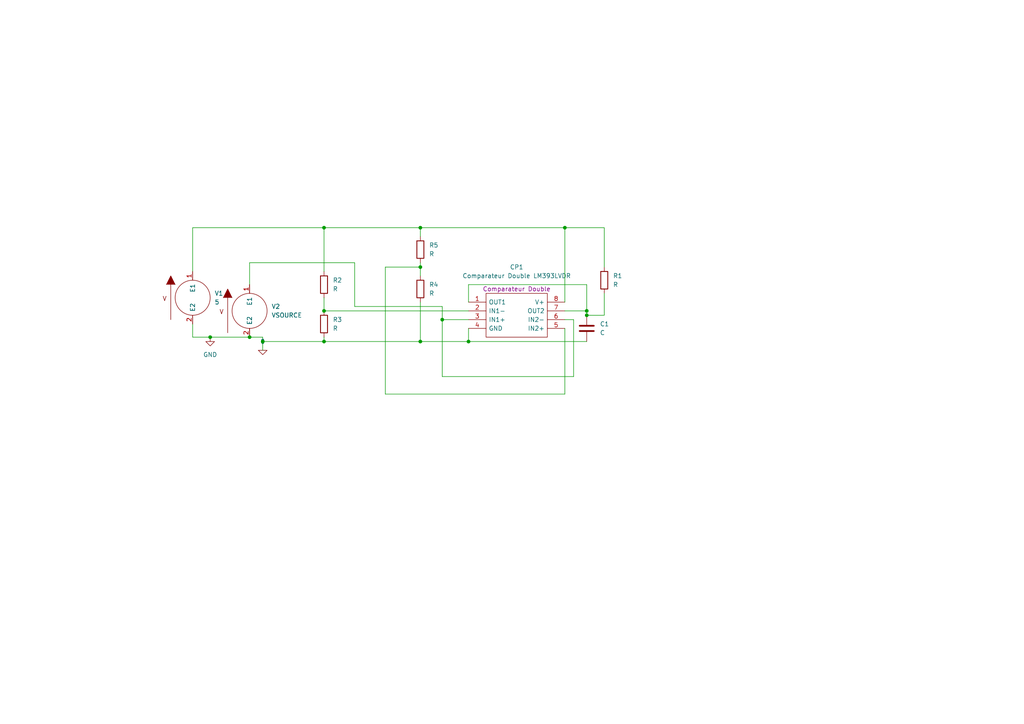
<source format=kicad_sch>
(kicad_sch (version 20211123) (generator eeschema)
  (paper "A4")
  (lib_symbols
    (symbol "Device:C" (pin_numbers hide) (pin_names (offset 0.254))
      (property "Reference" "C" (at 0.635 2.54 0))
      (property "Value" "C" (at 0.635 -2.54 0))
      (symbol "C_0_1"
        (polyline (pts (xy -2.032 -0.762) (xy 2.032 -0.762)) (stroke (width 0.508)))
        (polyline (pts (xy -2.032 0.762) (xy 2.032 0.762)) (stroke (width 0.508)))
      )
      (symbol "C_1_1"
        (pin passive line (at 0 3.81 270) (length 2.794) (name "~") (number "1"))
        (pin passive line (at 0 -3.81 90) (length 2.794) (name "~") (number "2"))
      )
    )
    (symbol "Device:R" (pin_numbers hide) (pin_names (offset 0))
      (property "Reference" "R" (at 2.032 0 90))
      (property "Value" "R" (at 0 0 90))
      (symbol "R_0_1"
        (rectangle (start -1.016 -2.54) (end 1.016 2.54) (stroke (width 0.254)))
      )
      (symbol "R_1_1"
        (pin passive line (at 0 3.81 270) (length 1.27) (name "~") (number "1"))
        (pin passive line (at 0 -3.81 90) (length 1.27) (name "~") (number "2"))
      )
    )
    (symbol "EPSA_lib:Comparateur Double LM393LVDR" (pin_names (offset 0.762))
      (property "Reference" "CP" (at 35.56 8.89 0))
      (property "Render Name" "Comparateur Double" (at 13.97 3.81 0))
      (symbol "Comparateur Double LM393LVDR_0_0"
        (pin passive line (at 0 0 0) (length 5.08) (name "OUT1") (number "1"))
        (pin passive line (at 0 -2.54 0) (length 5.08) (name "IN1-") (number "2"))
        (pin passive line (at 0 -5.08 0) (length 5.08) (name "IN1+") (number "3"))
        (pin passive line (at 0 -7.62 0) (length 5.08) (name "GND") (number "4"))
        (pin passive line (at 27.94 -7.62 180) (length 5.08) (name "IN2+") (number "5"))
        (pin passive line (at 27.94 -5.08 180) (length 5.08) (name "IN2-") (number "6"))
        (pin passive line (at 27.94 -2.54 180) (length 5.08) (name "OUT2") (number "7"))
        (pin passive line (at 27.94 0 180) (length 5.08) (name "V+") (number "8"))
      )
      (symbol "Comparateur Double LM393LVDR_0_1"
        (polyline (pts (xy 5.08 2.54) (xy 22.86 2.54) (xy 22.86 -10.16) (xy 5.08 -10.16) (xy 5.08 2.54)) (stroke (width 0.1524)))
      )
    )
    (symbol "power:GND" (power) (pin_names (offset 0))
      (property "Value" "GND" (at 0 -3.81 0))
      (symbol "GND_0_1"
        (polyline (pts (xy 0 0) (xy 0 -1.27) (xy 1.27 -1.27) (xy 0 -2.54) (xy -1.27 -1.27) (xy 0 -1.27)))
      )
      (symbol "GND_1_1"
        (pin power_in line (at 0 0 270) (length 0) hide (name "GND") (number "1"))
      )
    )
    (symbol "pspice:0" (power) (pin_names (offset 0))
      (property "Value" "0" (at 0 -1.778 0))
      (symbol "0_0_1"
        (polyline (pts (xy -1.27 0) (xy 0 -1.27) (xy 1.27 0) (xy -1.27 0)))
      )
      (symbol "0_1_1"
        (pin power_in line (at 0 0 0) (length 0) hide (name "0") (number "1"))
      )
    )
    (symbol "pspice:VSOURCE" (pin_names (offset 1.016))
      (property "Reference" "V" (at -6.35 7.62 0))
      (property "Value" "VSOURCE" (at 0 0 0))
      (symbol "VSOURCE_0_1"
        (polyline (pts (xy -6.35 -6.35) (xy -6.35 3.81)) (fill (type outline)))
        (polyline (pts (xy -7.62 3.81) (xy -6.35 6.35) (xy -5.08 3.81)) (fill (type outline)))
        (circle (center 0 0) (radius 5.08))
        (text "V" (at -8.128 -0.254 0) (effects (font (size 1.27 1.27))))
      )
      (symbol "VSOURCE_1_1"
        (pin input line (at 0 7.62 270) (length 2.54) (name "E1") (number "1"))
        (pin input line (at 0 -7.62 90) (length 2.54) (name "E2") (number "2"))
      )
    )
  )
  (junction (at 121.92 99.06))
  (junction (at 72.39 97.79))
  (junction (at 76.2 99.06))
  (junction (at 163.83 66.04))
  (junction (at 93.98 90.17))
  (junction (at 121.92 66.04))
  (junction (at 170.18 91.44))
  (junction (at 121.92 77.47))
  (junction (at 128.27 92.71))
  (junction (at 93.98 99.06))
  (junction (at 93.98 66.04))
  (junction (at 60.96 97.79))
  (junction (at 135.89 99.06))
  (junction (at 170.18 90.17))
  (wire (pts (xy 55.88 93.98) (xy 55.88 97.79)))
  (wire (pts (xy 128.27 109.22) (xy 128.27 92.71)))
  (wire (pts (xy 76.2 97.79) (xy 76.2 99.06)))
  (wire (pts (xy 135.89 99.06) (xy 170.18 99.06)))
  (wire (pts (xy 60.96 97.79) (xy 72.39 97.79)))
  (wire (pts (xy 102.87 88.9) (xy 128.27 88.9)))
  (wire (pts (xy 55.88 97.79) (xy 60.96 97.79)))
  (wire (pts (xy 121.92 87.63) (xy 121.92 99.06)))
  (wire (pts (xy 163.83 66.04) (xy 175.26 66.04)))
  (wire (pts (xy 72.39 76.2) (xy 72.39 82.55)))
  (wire (pts (xy 55.88 78.74) (xy 55.88 66.04)))
  (wire (pts (xy 170.18 82.55) (xy 170.18 90.17)))
  (wire (pts (xy 93.98 97.79) (xy 93.98 99.06)))
  (wire (pts (xy 128.27 92.71) (xy 128.27 88.9)))
  (wire (pts (xy 166.37 92.71) (xy 166.37 109.22)))
  (wire (pts (xy 128.27 109.22) (xy 166.37 109.22)))
  (wire (pts (xy 76.2 99.06) (xy 76.2 101.6)))
  (wire (pts (xy 72.39 76.2) (xy 102.87 76.2)))
  (wire (pts (xy 93.98 66.04) (xy 121.92 66.04)))
  (wire (pts (xy 163.83 92.71) (xy 166.37 92.71)))
  (wire (pts (xy 135.89 87.63) (xy 135.89 82.55)))
  (wire (pts (xy 121.92 66.04) (xy 121.92 68.58)))
  (wire (pts (xy 121.92 77.47) (xy 121.92 80.01)))
  (wire (pts (xy 93.98 99.06) (xy 76.2 99.06)))
  (wire (pts (xy 163.83 66.04) (xy 163.83 87.63)))
  (wire (pts (xy 121.92 99.06) (xy 135.89 99.06)))
  (wire (pts (xy 72.39 97.79) (xy 76.2 97.79)))
  (wire (pts (xy 93.98 90.17) (xy 135.89 90.17)))
  (wire (pts (xy 121.92 66.04) (xy 163.83 66.04)))
  (wire (pts (xy 135.89 95.25) (xy 135.89 99.06)))
  (wire (pts (xy 128.27 92.71) (xy 135.89 92.71)))
  (wire (pts (xy 93.98 86.36) (xy 93.98 90.17)))
  (wire (pts (xy 163.83 90.17) (xy 170.18 90.17)))
  (wire (pts (xy 55.88 66.04) (xy 93.98 66.04)))
  (wire (pts (xy 121.92 76.2) (xy 121.92 77.47)))
  (wire (pts (xy 111.76 77.47) (xy 121.92 77.47)))
  (wire (pts (xy 111.76 114.3) (xy 111.76 77.47)))
  (wire (pts (xy 175.26 85.09) (xy 175.26 91.44)))
  (wire (pts (xy 135.89 82.55) (xy 170.18 82.55)))
  (wire (pts (xy 93.98 66.04) (xy 93.98 78.74)))
  (wire (pts (xy 163.83 95.25) (xy 163.83 114.3)))
  (wire (pts (xy 102.87 76.2) (xy 102.87 88.9)))
  (wire (pts (xy 111.76 114.3) (xy 163.83 114.3)))
  (wire (pts (xy 170.18 91.44) (xy 175.26 91.44)))
  (wire (pts (xy 170.18 90.17) (xy 170.18 91.44)))
  (wire (pts (xy 175.26 66.04) (xy 175.26 77.47)))
  (wire (pts (xy 93.98 99.06) (xy 121.92 99.06)))
  (symbol (lib_id "Device:R") (at 121.92 83.82 0) (unit 1)
    (property "Reference" "R4" (at 124.46 82.5499 0) (effects (justify left)))
    (property "Value" "R" (at 124.46 85.0899 0) (effects (justify left)))
    (property "Spice_Primitive" "R" (effects hide))
    (property "Spice_Model" "10k" (effects hide))
    (property "Spice_Netlist_Enabled" "Y" (effects hide))
  )
  (symbol (lib_id "EPSA_lib:Comparateur Double LM393LVDR") (at 135.89 87.63 0) (unit 1)
    (property "Reference" "CP1" (at 149.86 77.47 0))
    (property "Value" "Comparateur Double LM393LVDR" (at 149.86 80.01 0))
    (property "Footprint" "EPSA_lib:SOIC127P600X175-8N" (effects hide))
    (property "Datasheet" "https://www.ti.com/lit/ds/symlink/lm393lv.pdf?ts=1609509320428&ref_url=https%253A%252F%252Feu.mouser.com%252F" (effects hide))
    (property "Description" "Analog Comparators 1.65-V to 5.5-V, low voltage dual commodity comparator" (effects hide))
    (property "Height" "1.75" (effects hide))
    (property "Manufacturer_Name" "Texas Instruments" (effects hide))
    (property "Manufacturer_Part_Number" "LM393LVDR" (effects hide))
    (property "Mouser Part Number" "595-LM393LVDR" (effects hide))
    (property "Mouser Price/Stock" "https://www.mouser.co.uk/ProductDetail/Texas-Instruments/LM393LVDR?qs=zW32dvEIR3vk5%2FzEI25KTQ%3D%3D" (effects hide))
    (property "Arrow Part Number" "LM393LVDR" (effects hide))
    (property "Arrow Price/Stock" "https://www.arrow.com/en/products/lm393lvdr/texas-instruments" (effects hide))
    (property "Spice_Primitive" "X" (effects hide))
    (property "Spice_Model" "LM2903B_Dual" (effects hide))
    (property "Spice_Netlist_Enabled" "Y" (effects hide))
    (property "Spice_Lib_File" "${EPSA}\\SpiceModel\\CD_lm393.lib" (at 149.86 82.55 0))
    (property "Render Name" "Comparateur Double" (at 149.86 83.82 0))
  )
  (symbol (lib_id "Device:R") (at 175.26 81.28 0) (unit 1)
    (property "Reference" "R1" (at 177.8 80.0099 0) (effects (justify left)))
    (property "Value" "R" (at 177.8 82.5499 0) (effects (justify left)))
    (property "Spice_Primitive" "R" (effects hide))
    (property "Spice_Model" "5k" (effects hide))
    (property "Spice_Netlist_Enabled" "Y" (effects hide))
  )
  (symbol (lib_id "Device:R") (at 121.92 72.39 0) (unit 1)
    (property "Reference" "R5" (at 124.46 71.1199 0) (effects (justify left)))
    (property "Value" "R" (at 124.46 73.6599 0) (effects (justify left)))
    (property "Spice_Primitive" "R" (effects hide))
    (property "Spice_Model" "13k" (effects hide))
    (property "Spice_Netlist_Enabled" "Y" (effects hide))
  )
  (symbol (lib_id "pspice:0") (at 76.2 101.6 0) (unit 1)
    (property "Reference" "#GND01" (effects hide))
    (property "Value" "0" (at 76.2 99.06 0))
  )
  (symbol (lib_id "pspice:VSOURCE") (at 55.88 86.36 0) (unit 1)
    (property "Reference" "V1" (at 62.23 85.0899 0) (effects (justify left)))
    (property "Value" "VSOURCE" (at 62.23 87.6299 0) (effects (justify left)))
    (property "Spice_Primitive" "V" (effects hide))
    (property "Spice_Model" "dc 5" (effects hide))
    (property "Spice_Netlist_Enabled" "Y" (effects hide))
  )
  (symbol (lib_id "pspice:VSOURCE") (at 72.39 90.17 0) (unit 1)
    (property "Reference" "V2" (at 78.74 88.8999 0) (effects (justify left)))
    (property "Value" "VSOURCE" (at 78.74 91.4399 0) (effects (justify left)))
    (property "Spice_Primitive" "V" (effects hide))
    (property "Spice_Model" "pulse(0 3 1 500m 500m 1 3)" (effects hide))
    (property "Spice_Netlist_Enabled" "Y" (effects hide))
  )
  (symbol (lib_id "Device:C") (at 170.18 95.25 0) (unit 1)
    (property "Reference" "C1" (at 173.99 93.9799 0) (effects (justify left)))
    (property "Value" "C" (at 173.99 96.5199 0) (effects (justify left)))
    (property "Spice_Primitive" "C" (effects hide))
    (property "Spice_Model" "15p" (effects hide))
    (property "Spice_Netlist_Enabled" "Y" (effects hide))
  )
  (symbol (lib_id "Device:R") (at 93.98 93.98 0) (unit 1)
    (property "Reference" "R3" (at 96.52 92.7099 0) (effects (justify left)))
    (property "Value" "R" (at 96.52 95.2499 0) (effects (justify left)))
    (property "Spice_Primitive" "R" (effects hide))
    (property "Spice_Model" "2k" (effects hide))
    (property "Spice_Netlist_Enabled" "Y" (effects hide))
  )
  (symbol (lib_id "Device:R") (at 93.98 82.55 0) (unit 1)
    (property "Reference" "R2" (at 96.52 81.2799 0) (effects (justify left)))
    (property "Value" "R" (at 96.52 83.8199 0) (effects (justify left)))
    (property "Spice_Primitive" "R" (effects hide))
    (property "Spice_Model" "10k" (effects hide))
    (property "Spice_Netlist_Enabled" "Y" (effects hide))
  )
  (symbol (lib_id "power:GND") (at 60.96 97.79 0) (unit 1)
    (property "Reference" "#PWR01" (effects hide))
    (property "Value" "GND" (at 60.96 102.87 0))
  )
)
</source>
